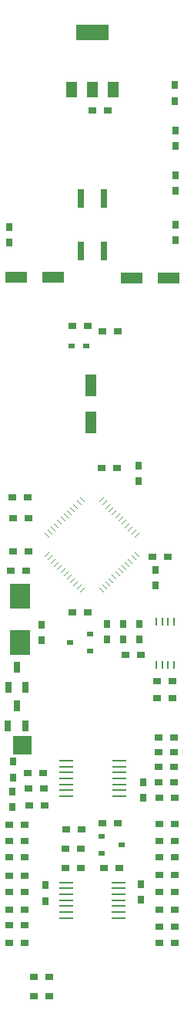
<source format=gtp>
G04 DipTrace 3.3.0.0*
G04 uPeaks_exp04.GTP*
%MOIN*%
G04 #@! TF.FileFunction,Paste,Top*
G04 #@! TF.Part,Single*
%AMOUTLINE12*
4,1,4,
-0.0125,-0.025,
0.0125,-0.025,
0.0125,0.025,
-0.0125,0.025,
-0.0125,-0.025,
0*%
%AMOUTLINE15*
4,1,4,
-0.010385,-0.011776,
-0.011776,-0.010385,
0.010385,0.011776,
0.011776,0.010385,
-0.010385,-0.011776,
0*%
%AMOUTLINE18*
4,1,4,
0.010385,-0.011776,
-0.011776,0.010385,
-0.010385,0.011776,
0.011776,-0.010385,
0.010385,-0.011776,
0*%
%ADD59R,0.062835X0.007717*%
%ADD65R,0.031339X0.047087*%
%ADD67R,0.086457X0.110079*%
%ADD69R,0.025433X0.019528*%
%ADD77R,0.00811X0.032126*%
%ADD79R,0.031339X0.019528*%
%ADD81R,0.141969X0.070969*%
%ADD83R,0.050969X0.070969*%
%ADD85R,0.031339X0.078583*%
%ADD87R,0.031339X0.035276*%
%ADD89R,0.047087X0.094331*%
%ADD91R,0.035276X0.031339*%
%ADD93R,0.094331X0.047087*%
%ADD112OUTLINE12*%
%ADD115OUTLINE15*%
%ADD118OUTLINE18*%
%FSLAX26Y26*%
G04*
G70*
G90*
G75*
G01*
G04 TopPaste*
%LPD*%
D93*
X1121858Y3556861D3*
X960441D3*
X460856Y3560888D3*
X622273D3*
D91*
X792009Y4278999D3*
X858938D3*
D89*
X785449Y2933415D3*
Y3094832D3*
D91*
X705483Y2112949D3*
X772412D3*
D87*
X573255Y1992427D3*
Y2059356D3*
D91*
X437454Y2293428D3*
X504383D3*
X830661Y2736932D3*
X897591D3*
X516163Y2375449D3*
X449234D3*
X1051378Y2353079D3*
X1118307D3*
X933688Y1931791D3*
X1000617D3*
D87*
X993500Y1995760D3*
Y2062689D3*
X926385Y1997580D3*
Y2064509D3*
D91*
X1149627Y756700D3*
X1082698D3*
Y906700D3*
X1149627D3*
X582814Y1352163D3*
X515885D3*
X1149627Y1056700D3*
X1082698D3*
X678461Y1175938D3*
X745390D3*
X432698Y762949D3*
X499627D3*
Y906700D3*
X432698D3*
D87*
X587680Y868553D3*
Y935482D3*
D91*
X743161Y1094793D3*
X676232D3*
X432698Y1056700D3*
X499627D3*
D87*
X1000752Y940018D3*
Y873089D3*
D85*
X740623Y3674723D3*
X840623D3*
Y3899526D3*
X740623D3*
D83*
X702163Y4370200D3*
X792163D3*
X882163D3*
D81*
X791163Y4618200D3*
D79*
X695476Y1983776D3*
X782091Y2021177D3*
Y1946374D3*
D77*
X1067818Y1885891D3*
X1093408D3*
X1118999D3*
X1144589D3*
Y2074867D3*
X1118999D3*
X1093408D3*
X1067818D3*
D91*
X835934Y3326988D3*
X902864D3*
X703538Y3350025D3*
X770467D3*
X1145227Y1574139D3*
X1078298D3*
X1145669Y1381501D3*
X1078740D3*
D79*
X919916Y1110953D3*
X833302Y1073551D3*
Y1148354D3*
D69*
X766163Y3262571D3*
X703171D3*
D67*
X477130Y1985249D3*
Y2184877D3*
D65*
X465551Y1878009D3*
X502953Y1791395D3*
X428150D3*
X463706Y1710730D3*
X501108Y1624116D3*
X426304D3*
D87*
X432039Y3776168D3*
Y3709239D3*
D91*
X445528Y2608726D3*
X512457D3*
D87*
X1147677Y4388741D3*
Y4321812D3*
X1152315Y4195059D3*
Y4128130D3*
Y4000449D3*
Y3933520D3*
Y3787949D3*
Y3721020D3*
X854142Y2063281D3*
Y1996352D3*
D91*
X604741Y541155D3*
X537812D3*
X1138892Y1742966D3*
X1071963D3*
X448248Y2519293D3*
X515177D3*
X1082698Y831700D3*
X1149627D3*
X1082074Y1200852D3*
X1149003D3*
D87*
X1066163Y2231700D3*
Y2298629D3*
D91*
X1149627Y687950D3*
X1082698D3*
Y981700D3*
X1149627D3*
X908551Y1011293D3*
X841622D3*
X1082698Y1125449D3*
X1149627D3*
X1071702Y1817047D3*
X1138631D3*
X604325Y458032D3*
X537396D3*
X499627Y831700D3*
X432698D3*
X834349Y1204871D3*
X901278D3*
X432698Y687950D3*
X499627D3*
X498978Y1196142D3*
X432049D3*
D87*
X991163Y2681700D3*
Y2748629D3*
D91*
X499627Y975449D3*
X432698D3*
X675037Y1011549D3*
X741966D3*
X499627Y1125449D3*
X432698D3*
G36*
X447608Y1500289D2*
X527544D1*
Y1580354D1*
X447608D1*
Y1500289D1*
G37*
D112*
X505325Y1540290D3*
X471861D3*
D115*
X594274Y2362870D3*
X608193Y2348951D3*
X622113Y2335032D3*
X636032Y2321112D3*
X649951Y2307193D3*
X663871Y2293273D3*
X677790Y2279354D3*
X691710Y2265434D3*
X705629Y2251514D3*
X719549Y2237596D3*
X733469Y2223676D3*
X747387Y2209757D3*
D118*
X830904D3*
X844823Y2223676D3*
X858743Y2237596D3*
X872663Y2251514D3*
X886581Y2265434D3*
X900501Y2279354D3*
X914420Y2293273D3*
X928340Y2307193D3*
X942260Y2321112D3*
X956179Y2335032D3*
X970098Y2348951D3*
X984017Y2362870D3*
D115*
Y2446387D3*
X970098Y2460306D3*
X956179Y2474226D3*
X942260Y2488146D3*
X928340Y2502064D3*
X914420Y2515984D3*
X900501Y2529903D3*
X886581Y2543823D3*
X872663Y2557743D3*
X858743Y2571661D3*
X844823Y2585581D3*
X830904Y2599500D3*
D118*
X747387D3*
X733469Y2585581D3*
X719549Y2571661D3*
X705629Y2557743D3*
X691710Y2543823D3*
X677790Y2529903D3*
X663871Y2515984D3*
X649951Y2502064D3*
X636032Y2488146D3*
X622113Y2474226D3*
X608193Y2460306D3*
X594274Y2446387D3*
D59*
X679883Y1473723D3*
Y1448133D3*
Y1422542D3*
Y1396951D3*
Y1371361D3*
Y1345770D3*
X679891Y1320180D3*
X908230D3*
Y1345770D3*
Y1371361D3*
Y1396951D3*
Y1422542D3*
Y1448133D3*
Y1473723D3*
D91*
X516870Y1278781D3*
X583799D3*
X1080921Y1313739D3*
X1147850D3*
X512294Y1421660D3*
X579223D3*
X1079469Y1448310D3*
X1146398D3*
D59*
X677378Y948574D3*
Y922983D3*
Y897392D3*
Y871802D3*
Y846211D3*
Y820621D3*
X677386Y795030D3*
X905724D3*
Y820621D3*
Y846211D3*
Y871802D3*
Y897392D3*
Y922983D3*
Y948574D3*
D87*
X446882Y1401799D3*
Y1468728D3*
X444997Y1340021D3*
Y1273092D3*
X1013074Y1381453D3*
Y1314524D3*
D91*
X1145182Y1509403D3*
X1078253D3*
M02*

</source>
